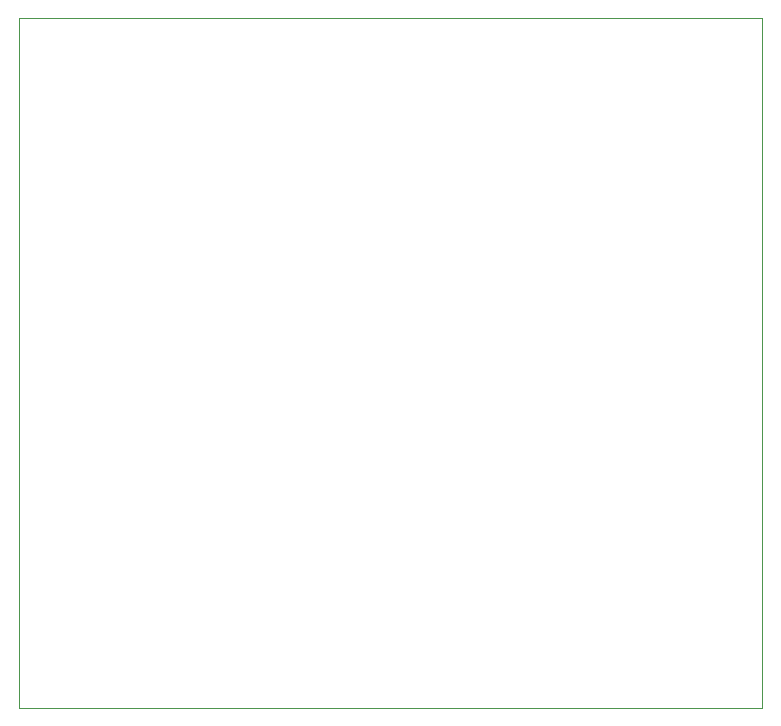
<source format=gbr>
G04 #@! TF.FileFunction,Profile,NP*
%FSLAX46Y46*%
G04 Gerber Fmt 4.6, Leading zero omitted, Abs format (unit mm)*
G04 Created by KiCad (PCBNEW 4.0.6) date Wednesday, July 05, 2017 'PMt' 10:08:47 PM*
%MOMM*%
%LPD*%
G01*
G04 APERTURE LIST*
%ADD10C,0.100000*%
G04 APERTURE END LIST*
D10*
X199390000Y-88265000D02*
X199390000Y-88900000D01*
X136525000Y-88265000D02*
X199390000Y-88265000D01*
X199390000Y-146685000D02*
X199390000Y-88900000D01*
X136525000Y-146685000D02*
X199390000Y-146685000D01*
X136525000Y-88265000D02*
X136525000Y-146685000D01*
M02*

</source>
